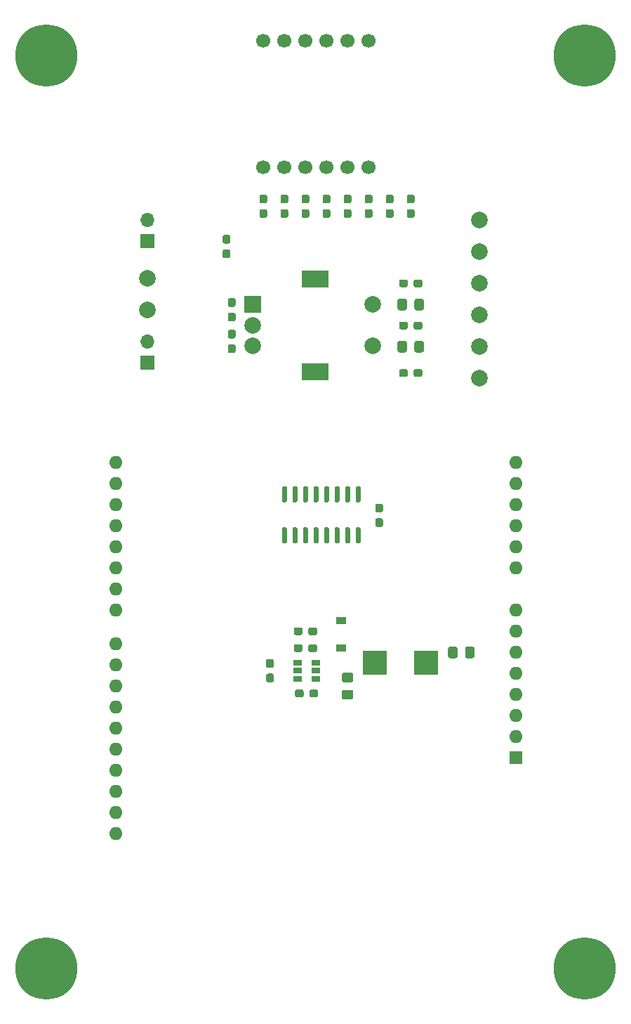
<source format=gbr>
%TF.GenerationSoftware,KiCad,Pcbnew,(5.99.0-2611-ga723fba70-dirty)*%
%TF.CreationDate,2020-08-14T04:19:11+02:00*%
%TF.ProjectId,rundtisch-nc,72756e64-7469-4736-9368-2d6e632e6b69,rev?*%
%TF.SameCoordinates,Original*%
%TF.FileFunction,Soldermask,Top*%
%TF.FilePolarity,Negative*%
%FSLAX46Y46*%
G04 Gerber Fmt 4.6, Leading zero omitted, Abs format (unit mm)*
G04 Created by KiCad (PCBNEW (5.99.0-2611-ga723fba70-dirty)) date 2020-08-14 04:19:11*
%MOMM*%
%LPD*%
G01*
G04 APERTURE LIST*
%ADD10C,7.500000*%
%ADD11C,2.000000*%
%ADD12C,1.700000*%
%ADD13R,1.700000X1.700000*%
%ADD14O,1.700000X1.700000*%
%ADD15R,1.060000X0.650000*%
%ADD16R,2.000000X2.000000*%
%ADD17R,3.200000X2.000000*%
%ADD18R,3.000000X3.000000*%
%ADD19R,1.200000X0.900000*%
%ADD20R,1.600000X1.600000*%
%ADD21O,1.600000X1.600000*%
G04 APERTURE END LIST*
D10*
%TO.C,REF\u002A\u002A*%
X115000000Y-160000000D03*
%TD*%
%TO.C,REF\u002A\u002A*%
X50000000Y-160000000D03*
%TD*%
%TO.C,REF\u002A\u002A*%
X115000000Y-50000000D03*
%TD*%
%TO.C,REF\u002A\u002A*%
X50000000Y-50000000D03*
%TD*%
D11*
%TO.C,J4*%
X62230000Y-76835000D03*
X62230000Y-80645000D03*
%TD*%
%TO.C,R3*%
G36*
G01*
X72627500Y-85855000D02*
X72152500Y-85855000D01*
G75*
G02*
X71915000Y-85617500I0J237500D01*
G01*
X71915000Y-85042500D01*
G75*
G02*
X72152500Y-84805000I237500J0D01*
G01*
X72627500Y-84805000D01*
G75*
G02*
X72865000Y-85042500I0J-237500D01*
G01*
X72865000Y-85617500D01*
G75*
G02*
X72627500Y-85855000I-237500J0D01*
G01*
G37*
G36*
G01*
X72627500Y-84105000D02*
X72152500Y-84105000D01*
G75*
G02*
X71915000Y-83867500I0J237500D01*
G01*
X71915000Y-83292500D01*
G75*
G02*
X72152500Y-83055000I237500J0D01*
G01*
X72627500Y-83055000D01*
G75*
G02*
X72865000Y-83292500I0J-237500D01*
G01*
X72865000Y-83867500D01*
G75*
G02*
X72627500Y-84105000I-237500J0D01*
G01*
G37*
%TD*%
%TO.C,R12*%
G36*
G01*
X92580000Y-88502500D02*
X92580000Y-88027500D01*
G75*
G02*
X92817500Y-87790000I237500J0D01*
G01*
X93392500Y-87790000D01*
G75*
G02*
X93630000Y-88027500I0J-237500D01*
G01*
X93630000Y-88502500D01*
G75*
G02*
X93392500Y-88740000I-237500J0D01*
G01*
X92817500Y-88740000D01*
G75*
G02*
X92580000Y-88502500I0J237500D01*
G01*
G37*
G36*
G01*
X94330000Y-88502500D02*
X94330000Y-88027500D01*
G75*
G02*
X94567500Y-87790000I237500J0D01*
G01*
X95142500Y-87790000D01*
G75*
G02*
X95380000Y-88027500I0J-237500D01*
G01*
X95380000Y-88502500D01*
G75*
G02*
X95142500Y-88740000I-237500J0D01*
G01*
X94567500Y-88740000D01*
G75*
G02*
X94330000Y-88502500I0J237500D01*
G01*
G37*
%TD*%
%TO.C,R15*%
G36*
G01*
X92580000Y-77707500D02*
X92580000Y-77232500D01*
G75*
G02*
X92817500Y-76995000I237500J0D01*
G01*
X93392500Y-76995000D01*
G75*
G02*
X93630000Y-77232500I0J-237500D01*
G01*
X93630000Y-77707500D01*
G75*
G02*
X93392500Y-77945000I-237500J0D01*
G01*
X92817500Y-77945000D01*
G75*
G02*
X92580000Y-77707500I0J237500D01*
G01*
G37*
G36*
G01*
X94330000Y-77707500D02*
X94330000Y-77232500D01*
G75*
G02*
X94567500Y-76995000I237500J0D01*
G01*
X95142500Y-76995000D01*
G75*
G02*
X95380000Y-77232500I0J-237500D01*
G01*
X95380000Y-77707500D01*
G75*
G02*
X95142500Y-77945000I-237500J0D01*
G01*
X94567500Y-77945000D01*
G75*
G02*
X94330000Y-77707500I0J237500D01*
G01*
G37*
%TD*%
%TO.C,R7*%
G36*
G01*
X78977500Y-69585000D02*
X78502500Y-69585000D01*
G75*
G02*
X78265000Y-69347500I0J237500D01*
G01*
X78265000Y-68772500D01*
G75*
G02*
X78502500Y-68535000I237500J0D01*
G01*
X78977500Y-68535000D01*
G75*
G02*
X79215000Y-68772500I0J-237500D01*
G01*
X79215000Y-69347500D01*
G75*
G02*
X78977500Y-69585000I-237500J0D01*
G01*
G37*
G36*
G01*
X78977500Y-67835000D02*
X78502500Y-67835000D01*
G75*
G02*
X78265000Y-67597500I0J237500D01*
G01*
X78265000Y-67022500D01*
G75*
G02*
X78502500Y-66785000I237500J0D01*
G01*
X78977500Y-66785000D01*
G75*
G02*
X79215000Y-67022500I0J-237500D01*
G01*
X79215000Y-67597500D01*
G75*
G02*
X78977500Y-67835000I-237500J0D01*
G01*
G37*
%TD*%
%TO.C,R19*%
G36*
G01*
X82807000Y-126635500D02*
X82807000Y-127110500D01*
G75*
G02*
X82569500Y-127348000I-237500J0D01*
G01*
X81994500Y-127348000D01*
G75*
G02*
X81757000Y-127110500I0J237500D01*
G01*
X81757000Y-126635500D01*
G75*
G02*
X81994500Y-126398000I237500J0D01*
G01*
X82569500Y-126398000D01*
G75*
G02*
X82807000Y-126635500I0J-237500D01*
G01*
G37*
G36*
G01*
X81057000Y-126635500D02*
X81057000Y-127110500D01*
G75*
G02*
X80819500Y-127348000I-237500J0D01*
G01*
X80244500Y-127348000D01*
G75*
G02*
X80007000Y-127110500I0J237500D01*
G01*
X80007000Y-126635500D01*
G75*
G02*
X80244500Y-126398000I237500J0D01*
G01*
X80819500Y-126398000D01*
G75*
G02*
X81057000Y-126635500I0J-237500D01*
G01*
G37*
%TD*%
%TO.C,R21*%
G36*
G01*
X77237500Y-125525000D02*
X76762500Y-125525000D01*
G75*
G02*
X76525000Y-125287500I0J237500D01*
G01*
X76525000Y-124712500D01*
G75*
G02*
X76762500Y-124475000I237500J0D01*
G01*
X77237500Y-124475000D01*
G75*
G02*
X77475000Y-124712500I0J-237500D01*
G01*
X77475000Y-125287500D01*
G75*
G02*
X77237500Y-125525000I-237500J0D01*
G01*
G37*
G36*
G01*
X77237500Y-123775000D02*
X76762500Y-123775000D01*
G75*
G02*
X76525000Y-123537500I0J237500D01*
G01*
X76525000Y-122962500D01*
G75*
G02*
X76762500Y-122725000I237500J0D01*
G01*
X77237500Y-122725000D01*
G75*
G02*
X77475000Y-122962500I0J-237500D01*
G01*
X77475000Y-123537500D01*
G75*
G02*
X77237500Y-123775000I-237500J0D01*
G01*
G37*
%TD*%
D12*
%TO.C,U2*%
X76200000Y-63500000D03*
X78740000Y-63500000D03*
X81280000Y-63500000D03*
X83820000Y-63500000D03*
X86360000Y-63500000D03*
X88900000Y-63500000D03*
X88900000Y-48260000D03*
X86360000Y-48260000D03*
X83820000Y-48260000D03*
X81280000Y-48260000D03*
X78740000Y-48260000D03*
X76200000Y-48260000D03*
%TD*%
%TO.C,R9*%
G36*
G01*
X91677500Y-69585000D02*
X91202500Y-69585000D01*
G75*
G02*
X90965000Y-69347500I0J237500D01*
G01*
X90965000Y-68772500D01*
G75*
G02*
X91202500Y-68535000I237500J0D01*
G01*
X91677500Y-68535000D01*
G75*
G02*
X91915000Y-68772500I0J-237500D01*
G01*
X91915000Y-69347500D01*
G75*
G02*
X91677500Y-69585000I-237500J0D01*
G01*
G37*
G36*
G01*
X91677500Y-67835000D02*
X91202500Y-67835000D01*
G75*
G02*
X90965000Y-67597500I0J237500D01*
G01*
X90965000Y-67022500D01*
G75*
G02*
X91202500Y-66785000I237500J0D01*
G01*
X91677500Y-66785000D01*
G75*
G02*
X91915000Y-67022500I0J-237500D01*
G01*
X91915000Y-67597500D01*
G75*
G02*
X91677500Y-67835000I-237500J0D01*
G01*
G37*
%TD*%
D13*
%TO.C,SW1*%
X62230000Y-86995000D03*
D14*
X62230000Y-84455000D03*
%TD*%
%TO.C,C2*%
G36*
G01*
X85910000Y-124384000D02*
X86810000Y-124384000D01*
G75*
G02*
X87060000Y-124634000I0J-250000D01*
G01*
X87060000Y-125284000D01*
G75*
G02*
X86810000Y-125534000I-250000J0D01*
G01*
X85910000Y-125534000D01*
G75*
G02*
X85660000Y-125284000I0J250000D01*
G01*
X85660000Y-124634000D01*
G75*
G02*
X85910000Y-124384000I250000J0D01*
G01*
G37*
G36*
G01*
X85910000Y-126434000D02*
X86810000Y-126434000D01*
G75*
G02*
X87060000Y-126684000I0J-250000D01*
G01*
X87060000Y-127334000D01*
G75*
G02*
X86810000Y-127584000I-250000J0D01*
G01*
X85910000Y-127584000D01*
G75*
G02*
X85660000Y-127334000I0J250000D01*
G01*
X85660000Y-126684000D01*
G75*
G02*
X85910000Y-126434000I250000J0D01*
G01*
G37*
%TD*%
D13*
%TO.C,J3*%
X62230000Y-72390000D03*
D14*
X62230000Y-69850000D03*
%TD*%
%TO.C,R4*%
G36*
G01*
X89137500Y-69585000D02*
X88662500Y-69585000D01*
G75*
G02*
X88425000Y-69347500I0J237500D01*
G01*
X88425000Y-68772500D01*
G75*
G02*
X88662500Y-68535000I237500J0D01*
G01*
X89137500Y-68535000D01*
G75*
G02*
X89375000Y-68772500I0J-237500D01*
G01*
X89375000Y-69347500D01*
G75*
G02*
X89137500Y-69585000I-237500J0D01*
G01*
G37*
G36*
G01*
X89137500Y-67835000D02*
X88662500Y-67835000D01*
G75*
G02*
X88425000Y-67597500I0J237500D01*
G01*
X88425000Y-67022500D01*
G75*
G02*
X88662500Y-66785000I237500J0D01*
G01*
X89137500Y-66785000D01*
G75*
G02*
X89375000Y-67022500I0J-237500D01*
G01*
X89375000Y-67597500D01*
G75*
G02*
X89137500Y-67835000I-237500J0D01*
G01*
G37*
%TD*%
%TO.C,R8*%
G36*
G01*
X76437500Y-69585000D02*
X75962500Y-69585000D01*
G75*
G02*
X75725000Y-69347500I0J237500D01*
G01*
X75725000Y-68772500D01*
G75*
G02*
X75962500Y-68535000I237500J0D01*
G01*
X76437500Y-68535000D01*
G75*
G02*
X76675000Y-68772500I0J-237500D01*
G01*
X76675000Y-69347500D01*
G75*
G02*
X76437500Y-69585000I-237500J0D01*
G01*
G37*
G36*
G01*
X76437500Y-67835000D02*
X75962500Y-67835000D01*
G75*
G02*
X75725000Y-67597500I0J237500D01*
G01*
X75725000Y-67022500D01*
G75*
G02*
X75962500Y-66785000I237500J0D01*
G01*
X76437500Y-66785000D01*
G75*
G02*
X76675000Y-67022500I0J-237500D01*
G01*
X76675000Y-67597500D01*
G75*
G02*
X76437500Y-67835000I-237500J0D01*
G01*
G37*
%TD*%
D15*
%TO.C,U3*%
X80350000Y-123190000D03*
X80350000Y-124140000D03*
X80350000Y-125090000D03*
X82550000Y-125090000D03*
X82550000Y-124140000D03*
X82550000Y-123190000D03*
%TD*%
%TO.C,C1*%
G36*
G01*
X90407500Y-106810000D02*
X89932500Y-106810000D01*
G75*
G02*
X89695000Y-106572500I0J237500D01*
G01*
X89695000Y-105997500D01*
G75*
G02*
X89932500Y-105760000I237500J0D01*
G01*
X90407500Y-105760000D01*
G75*
G02*
X90645000Y-105997500I0J-237500D01*
G01*
X90645000Y-106572500D01*
G75*
G02*
X90407500Y-106810000I-237500J0D01*
G01*
G37*
G36*
G01*
X90407500Y-105060000D02*
X89932500Y-105060000D01*
G75*
G02*
X89695000Y-104822500I0J237500D01*
G01*
X89695000Y-104247500D01*
G75*
G02*
X89932500Y-104010000I237500J0D01*
G01*
X90407500Y-104010000D01*
G75*
G02*
X90645000Y-104247500I0J-237500D01*
G01*
X90645000Y-104822500D01*
G75*
G02*
X90407500Y-105060000I-237500J0D01*
G01*
G37*
%TD*%
%TO.C,R10*%
G36*
G01*
X86597500Y-69585000D02*
X86122500Y-69585000D01*
G75*
G02*
X85885000Y-69347500I0J237500D01*
G01*
X85885000Y-68772500D01*
G75*
G02*
X86122500Y-68535000I237500J0D01*
G01*
X86597500Y-68535000D01*
G75*
G02*
X86835000Y-68772500I0J-237500D01*
G01*
X86835000Y-69347500D01*
G75*
G02*
X86597500Y-69585000I-237500J0D01*
G01*
G37*
G36*
G01*
X86597500Y-67835000D02*
X86122500Y-67835000D01*
G75*
G02*
X85885000Y-67597500I0J237500D01*
G01*
X85885000Y-67022500D01*
G75*
G02*
X86122500Y-66785000I237500J0D01*
G01*
X86597500Y-66785000D01*
G75*
G02*
X86835000Y-67022500I0J-237500D01*
G01*
X86835000Y-67597500D01*
G75*
G02*
X86597500Y-67835000I-237500J0D01*
G01*
G37*
%TD*%
%TO.C,R1*%
G36*
G01*
X71992500Y-74425000D02*
X71517500Y-74425000D01*
G75*
G02*
X71280000Y-74187500I0J237500D01*
G01*
X71280000Y-73612500D01*
G75*
G02*
X71517500Y-73375000I237500J0D01*
G01*
X71992500Y-73375000D01*
G75*
G02*
X72230000Y-73612500I0J-237500D01*
G01*
X72230000Y-74187500D01*
G75*
G02*
X71992500Y-74425000I-237500J0D01*
G01*
G37*
G36*
G01*
X71992500Y-72675000D02*
X71517500Y-72675000D01*
G75*
G02*
X71280000Y-72437500I0J237500D01*
G01*
X71280000Y-71862500D01*
G75*
G02*
X71517500Y-71625000I237500J0D01*
G01*
X71992500Y-71625000D01*
G75*
G02*
X72230000Y-71862500I0J-237500D01*
G01*
X72230000Y-72437500D01*
G75*
G02*
X71992500Y-72675000I-237500J0D01*
G01*
G37*
%TD*%
%TO.C,C3*%
G36*
G01*
X79880000Y-121649500D02*
X79880000Y-121174500D01*
G75*
G02*
X80117500Y-120937000I237500J0D01*
G01*
X80692500Y-120937000D01*
G75*
G02*
X80930000Y-121174500I0J-237500D01*
G01*
X80930000Y-121649500D01*
G75*
G02*
X80692500Y-121887000I-237500J0D01*
G01*
X80117500Y-121887000D01*
G75*
G02*
X79880000Y-121649500I0J237500D01*
G01*
G37*
G36*
G01*
X81630000Y-121649500D02*
X81630000Y-121174500D01*
G75*
G02*
X81867500Y-120937000I237500J0D01*
G01*
X82442500Y-120937000D01*
G75*
G02*
X82680000Y-121174500I0J-237500D01*
G01*
X82680000Y-121649500D01*
G75*
G02*
X82442500Y-121887000I-237500J0D01*
G01*
X81867500Y-121887000D01*
G75*
G02*
X81630000Y-121649500I0J237500D01*
G01*
G37*
%TD*%
%TO.C,D1*%
G36*
G01*
X92380000Y-85540000D02*
X92380000Y-84640000D01*
G75*
G02*
X92630000Y-84390000I250000J0D01*
G01*
X93280000Y-84390000D01*
G75*
G02*
X93530000Y-84640000I0J-250000D01*
G01*
X93530000Y-85540000D01*
G75*
G02*
X93280000Y-85790000I-250000J0D01*
G01*
X92630000Y-85790000D01*
G75*
G02*
X92380000Y-85540000I0J250000D01*
G01*
G37*
G36*
G01*
X94430000Y-85540000D02*
X94430000Y-84640000D01*
G75*
G02*
X94680000Y-84390000I250000J0D01*
G01*
X95330000Y-84390000D01*
G75*
G02*
X95580000Y-84640000I0J-250000D01*
G01*
X95580000Y-85540000D01*
G75*
G02*
X95330000Y-85790000I-250000J0D01*
G01*
X94680000Y-85790000D01*
G75*
G02*
X94430000Y-85540000I0J250000D01*
G01*
G37*
%TD*%
D16*
%TO.C,SW3*%
X74930000Y-80010000D03*
D11*
X74930000Y-85010000D03*
X74930000Y-82510000D03*
D17*
X82430000Y-88110000D03*
X82430000Y-76910000D03*
D11*
X89430000Y-85010000D03*
X89430000Y-80010000D03*
%TD*%
%TO.C,R11*%
G36*
G01*
X81517500Y-69585000D02*
X81042500Y-69585000D01*
G75*
G02*
X80805000Y-69347500I0J237500D01*
G01*
X80805000Y-68772500D01*
G75*
G02*
X81042500Y-68535000I237500J0D01*
G01*
X81517500Y-68535000D01*
G75*
G02*
X81755000Y-68772500I0J-237500D01*
G01*
X81755000Y-69347500D01*
G75*
G02*
X81517500Y-69585000I-237500J0D01*
G01*
G37*
G36*
G01*
X81517500Y-67835000D02*
X81042500Y-67835000D01*
G75*
G02*
X80805000Y-67597500I0J237500D01*
G01*
X80805000Y-67022500D01*
G75*
G02*
X81042500Y-66785000I237500J0D01*
G01*
X81517500Y-66785000D01*
G75*
G02*
X81755000Y-67022500I0J-237500D01*
G01*
X81755000Y-67597500D01*
G75*
G02*
X81517500Y-67835000I-237500J0D01*
G01*
G37*
%TD*%
%TO.C,R6*%
G36*
G01*
X84057500Y-69585000D02*
X83582500Y-69585000D01*
G75*
G02*
X83345000Y-69347500I0J237500D01*
G01*
X83345000Y-68772500D01*
G75*
G02*
X83582500Y-68535000I237500J0D01*
G01*
X84057500Y-68535000D01*
G75*
G02*
X84295000Y-68772500I0J-237500D01*
G01*
X84295000Y-69347500D01*
G75*
G02*
X84057500Y-69585000I-237500J0D01*
G01*
G37*
G36*
G01*
X84057500Y-67835000D02*
X83582500Y-67835000D01*
G75*
G02*
X83345000Y-67597500I0J237500D01*
G01*
X83345000Y-67022500D01*
G75*
G02*
X83582500Y-66785000I237500J0D01*
G01*
X84057500Y-66785000D01*
G75*
G02*
X84295000Y-67022500I0J-237500D01*
G01*
X84295000Y-67597500D01*
G75*
G02*
X84057500Y-67835000I-237500J0D01*
G01*
G37*
%TD*%
%TO.C,R14*%
G36*
G01*
X92580000Y-82787500D02*
X92580000Y-82312500D01*
G75*
G02*
X92817500Y-82075000I237500J0D01*
G01*
X93392500Y-82075000D01*
G75*
G02*
X93630000Y-82312500I0J-237500D01*
G01*
X93630000Y-82787500D01*
G75*
G02*
X93392500Y-83025000I-237500J0D01*
G01*
X92817500Y-83025000D01*
G75*
G02*
X92580000Y-82787500I0J237500D01*
G01*
G37*
G36*
G01*
X94330000Y-82787500D02*
X94330000Y-82312500D01*
G75*
G02*
X94567500Y-82075000I237500J0D01*
G01*
X95142500Y-82075000D01*
G75*
G02*
X95380000Y-82312500I0J-237500D01*
G01*
X95380000Y-82787500D01*
G75*
G02*
X95142500Y-83025000I-237500J0D01*
G01*
X94567500Y-83025000D01*
G75*
G02*
X94330000Y-82787500I0J237500D01*
G01*
G37*
%TD*%
%TO.C,C4*%
G36*
G01*
X98485000Y-122370000D02*
X98485000Y-121470000D01*
G75*
G02*
X98735000Y-121220000I250000J0D01*
G01*
X99385000Y-121220000D01*
G75*
G02*
X99635000Y-121470000I0J-250000D01*
G01*
X99635000Y-122370000D01*
G75*
G02*
X99385000Y-122620000I-250000J0D01*
G01*
X98735000Y-122620000D01*
G75*
G02*
X98485000Y-122370000I0J250000D01*
G01*
G37*
G36*
G01*
X100535000Y-122370000D02*
X100535000Y-121470000D01*
G75*
G02*
X100785000Y-121220000I250000J0D01*
G01*
X101435000Y-121220000D01*
G75*
G02*
X101685000Y-121470000I0J-250000D01*
G01*
X101685000Y-122370000D01*
G75*
G02*
X101435000Y-122620000I-250000J0D01*
G01*
X100785000Y-122620000D01*
G75*
G02*
X100535000Y-122370000I0J250000D01*
G01*
G37*
%TD*%
D18*
%TO.C,L1*%
X89625000Y-123190000D03*
X95795000Y-123190000D03*
%TD*%
%TO.C,R20*%
G36*
G01*
X79880000Y-119617500D02*
X79880000Y-119142500D01*
G75*
G02*
X80117500Y-118905000I237500J0D01*
G01*
X80692500Y-118905000D01*
G75*
G02*
X80930000Y-119142500I0J-237500D01*
G01*
X80930000Y-119617500D01*
G75*
G02*
X80692500Y-119855000I-237500J0D01*
G01*
X80117500Y-119855000D01*
G75*
G02*
X79880000Y-119617500I0J237500D01*
G01*
G37*
G36*
G01*
X81630000Y-119617500D02*
X81630000Y-119142500D01*
G75*
G02*
X81867500Y-118905000I237500J0D01*
G01*
X82442500Y-118905000D01*
G75*
G02*
X82680000Y-119142500I0J-237500D01*
G01*
X82680000Y-119617500D01*
G75*
G02*
X82442500Y-119855000I-237500J0D01*
G01*
X81867500Y-119855000D01*
G75*
G02*
X81630000Y-119617500I0J237500D01*
G01*
G37*
%TD*%
%TO.C,D2*%
G36*
G01*
X92380000Y-80460000D02*
X92380000Y-79560000D01*
G75*
G02*
X92630000Y-79310000I250000J0D01*
G01*
X93280000Y-79310000D01*
G75*
G02*
X93530000Y-79560000I0J-250000D01*
G01*
X93530000Y-80460000D01*
G75*
G02*
X93280000Y-80710000I-250000J0D01*
G01*
X92630000Y-80710000D01*
G75*
G02*
X92380000Y-80460000I0J250000D01*
G01*
G37*
G36*
G01*
X94430000Y-80460000D02*
X94430000Y-79560000D01*
G75*
G02*
X94680000Y-79310000I250000J0D01*
G01*
X95330000Y-79310000D01*
G75*
G02*
X95580000Y-79560000I0J-250000D01*
G01*
X95580000Y-80460000D01*
G75*
G02*
X95330000Y-80710000I-250000J0D01*
G01*
X94680000Y-80710000D01*
G75*
G02*
X94430000Y-80460000I0J250000D01*
G01*
G37*
%TD*%
%TO.C,R5*%
G36*
G01*
X94217500Y-69585000D02*
X93742500Y-69585000D01*
G75*
G02*
X93505000Y-69347500I0J237500D01*
G01*
X93505000Y-68772500D01*
G75*
G02*
X93742500Y-68535000I237500J0D01*
G01*
X94217500Y-68535000D01*
G75*
G02*
X94455000Y-68772500I0J-237500D01*
G01*
X94455000Y-69347500D01*
G75*
G02*
X94217500Y-69585000I-237500J0D01*
G01*
G37*
G36*
G01*
X94217500Y-67835000D02*
X93742500Y-67835000D01*
G75*
G02*
X93505000Y-67597500I0J237500D01*
G01*
X93505000Y-67022500D01*
G75*
G02*
X93742500Y-66785000I237500J0D01*
G01*
X94217500Y-66785000D01*
G75*
G02*
X94455000Y-67022500I0J-237500D01*
G01*
X94455000Y-67597500D01*
G75*
G02*
X94217500Y-67835000I-237500J0D01*
G01*
G37*
%TD*%
D19*
%TO.C,D3*%
X85598000Y-121412000D03*
X85598000Y-118112000D03*
%TD*%
%TO.C,R2*%
G36*
G01*
X72627500Y-82045000D02*
X72152500Y-82045000D01*
G75*
G02*
X71915000Y-81807500I0J237500D01*
G01*
X71915000Y-81232500D01*
G75*
G02*
X72152500Y-80995000I237500J0D01*
G01*
X72627500Y-80995000D01*
G75*
G02*
X72865000Y-81232500I0J-237500D01*
G01*
X72865000Y-81807500D01*
G75*
G02*
X72627500Y-82045000I-237500J0D01*
G01*
G37*
G36*
G01*
X72627500Y-80295000D02*
X72152500Y-80295000D01*
G75*
G02*
X71915000Y-80057500I0J237500D01*
G01*
X71915000Y-79482500D01*
G75*
G02*
X72152500Y-79245000I237500J0D01*
G01*
X72627500Y-79245000D01*
G75*
G02*
X72865000Y-79482500I0J-237500D01*
G01*
X72865000Y-80057500D01*
G75*
G02*
X72627500Y-80295000I-237500J0D01*
G01*
G37*
%TD*%
%TO.C,U1*%
G36*
G01*
X87480000Y-101895000D02*
X87780000Y-101895000D01*
G75*
G02*
X87930000Y-102045000I0J-150000D01*
G01*
X87930000Y-103695000D01*
G75*
G02*
X87780000Y-103845000I-150000J0D01*
G01*
X87480000Y-103845000D01*
G75*
G02*
X87330000Y-103695000I0J150000D01*
G01*
X87330000Y-102045000D01*
G75*
G02*
X87480000Y-101895000I150000J0D01*
G01*
G37*
G36*
G01*
X86210000Y-101895000D02*
X86510000Y-101895000D01*
G75*
G02*
X86660000Y-102045000I0J-150000D01*
G01*
X86660000Y-103695000D01*
G75*
G02*
X86510000Y-103845000I-150000J0D01*
G01*
X86210000Y-103845000D01*
G75*
G02*
X86060000Y-103695000I0J150000D01*
G01*
X86060000Y-102045000D01*
G75*
G02*
X86210000Y-101895000I150000J0D01*
G01*
G37*
G36*
G01*
X84940000Y-101895000D02*
X85240000Y-101895000D01*
G75*
G02*
X85390000Y-102045000I0J-150000D01*
G01*
X85390000Y-103695000D01*
G75*
G02*
X85240000Y-103845000I-150000J0D01*
G01*
X84940000Y-103845000D01*
G75*
G02*
X84790000Y-103695000I0J150000D01*
G01*
X84790000Y-102045000D01*
G75*
G02*
X84940000Y-101895000I150000J0D01*
G01*
G37*
G36*
G01*
X83670000Y-101895000D02*
X83970000Y-101895000D01*
G75*
G02*
X84120000Y-102045000I0J-150000D01*
G01*
X84120000Y-103695000D01*
G75*
G02*
X83970000Y-103845000I-150000J0D01*
G01*
X83670000Y-103845000D01*
G75*
G02*
X83520000Y-103695000I0J150000D01*
G01*
X83520000Y-102045000D01*
G75*
G02*
X83670000Y-101895000I150000J0D01*
G01*
G37*
G36*
G01*
X82400000Y-101895000D02*
X82700000Y-101895000D01*
G75*
G02*
X82850000Y-102045000I0J-150000D01*
G01*
X82850000Y-103695000D01*
G75*
G02*
X82700000Y-103845000I-150000J0D01*
G01*
X82400000Y-103845000D01*
G75*
G02*
X82250000Y-103695000I0J150000D01*
G01*
X82250000Y-102045000D01*
G75*
G02*
X82400000Y-101895000I150000J0D01*
G01*
G37*
G36*
G01*
X81130000Y-101895000D02*
X81430000Y-101895000D01*
G75*
G02*
X81580000Y-102045000I0J-150000D01*
G01*
X81580000Y-103695000D01*
G75*
G02*
X81430000Y-103845000I-150000J0D01*
G01*
X81130000Y-103845000D01*
G75*
G02*
X80980000Y-103695000I0J150000D01*
G01*
X80980000Y-102045000D01*
G75*
G02*
X81130000Y-101895000I150000J0D01*
G01*
G37*
G36*
G01*
X79860000Y-101895000D02*
X80160000Y-101895000D01*
G75*
G02*
X80310000Y-102045000I0J-150000D01*
G01*
X80310000Y-103695000D01*
G75*
G02*
X80160000Y-103845000I-150000J0D01*
G01*
X79860000Y-103845000D01*
G75*
G02*
X79710000Y-103695000I0J150000D01*
G01*
X79710000Y-102045000D01*
G75*
G02*
X79860000Y-101895000I150000J0D01*
G01*
G37*
G36*
G01*
X78590000Y-101895000D02*
X78890000Y-101895000D01*
G75*
G02*
X79040000Y-102045000I0J-150000D01*
G01*
X79040000Y-103695000D01*
G75*
G02*
X78890000Y-103845000I-150000J0D01*
G01*
X78590000Y-103845000D01*
G75*
G02*
X78440000Y-103695000I0J150000D01*
G01*
X78440000Y-102045000D01*
G75*
G02*
X78590000Y-101895000I150000J0D01*
G01*
G37*
G36*
G01*
X78590000Y-106845000D02*
X78890000Y-106845000D01*
G75*
G02*
X79040000Y-106995000I0J-150000D01*
G01*
X79040000Y-108645000D01*
G75*
G02*
X78890000Y-108795000I-150000J0D01*
G01*
X78590000Y-108795000D01*
G75*
G02*
X78440000Y-108645000I0J150000D01*
G01*
X78440000Y-106995000D01*
G75*
G02*
X78590000Y-106845000I150000J0D01*
G01*
G37*
G36*
G01*
X79860000Y-106845000D02*
X80160000Y-106845000D01*
G75*
G02*
X80310000Y-106995000I0J-150000D01*
G01*
X80310000Y-108645000D01*
G75*
G02*
X80160000Y-108795000I-150000J0D01*
G01*
X79860000Y-108795000D01*
G75*
G02*
X79710000Y-108645000I0J150000D01*
G01*
X79710000Y-106995000D01*
G75*
G02*
X79860000Y-106845000I150000J0D01*
G01*
G37*
G36*
G01*
X81130000Y-106845000D02*
X81430000Y-106845000D01*
G75*
G02*
X81580000Y-106995000I0J-150000D01*
G01*
X81580000Y-108645000D01*
G75*
G02*
X81430000Y-108795000I-150000J0D01*
G01*
X81130000Y-108795000D01*
G75*
G02*
X80980000Y-108645000I0J150000D01*
G01*
X80980000Y-106995000D01*
G75*
G02*
X81130000Y-106845000I150000J0D01*
G01*
G37*
G36*
G01*
X82400000Y-106845000D02*
X82700000Y-106845000D01*
G75*
G02*
X82850000Y-106995000I0J-150000D01*
G01*
X82850000Y-108645000D01*
G75*
G02*
X82700000Y-108795000I-150000J0D01*
G01*
X82400000Y-108795000D01*
G75*
G02*
X82250000Y-108645000I0J150000D01*
G01*
X82250000Y-106995000D01*
G75*
G02*
X82400000Y-106845000I150000J0D01*
G01*
G37*
G36*
G01*
X83670000Y-106845000D02*
X83970000Y-106845000D01*
G75*
G02*
X84120000Y-106995000I0J-150000D01*
G01*
X84120000Y-108645000D01*
G75*
G02*
X83970000Y-108795000I-150000J0D01*
G01*
X83670000Y-108795000D01*
G75*
G02*
X83520000Y-108645000I0J150000D01*
G01*
X83520000Y-106995000D01*
G75*
G02*
X83670000Y-106845000I150000J0D01*
G01*
G37*
G36*
G01*
X84940000Y-106845000D02*
X85240000Y-106845000D01*
G75*
G02*
X85390000Y-106995000I0J-150000D01*
G01*
X85390000Y-108645000D01*
G75*
G02*
X85240000Y-108795000I-150000J0D01*
G01*
X84940000Y-108795000D01*
G75*
G02*
X84790000Y-108645000I0J150000D01*
G01*
X84790000Y-106995000D01*
G75*
G02*
X84940000Y-106845000I150000J0D01*
G01*
G37*
G36*
G01*
X86210000Y-106845000D02*
X86510000Y-106845000D01*
G75*
G02*
X86660000Y-106995000I0J-150000D01*
G01*
X86660000Y-108645000D01*
G75*
G02*
X86510000Y-108795000I-150000J0D01*
G01*
X86210000Y-108795000D01*
G75*
G02*
X86060000Y-108645000I0J150000D01*
G01*
X86060000Y-106995000D01*
G75*
G02*
X86210000Y-106845000I150000J0D01*
G01*
G37*
G36*
G01*
X87480000Y-106845000D02*
X87780000Y-106845000D01*
G75*
G02*
X87930000Y-106995000I0J-150000D01*
G01*
X87930000Y-108645000D01*
G75*
G02*
X87780000Y-108795000I-150000J0D01*
G01*
X87480000Y-108795000D01*
G75*
G02*
X87330000Y-108645000I0J150000D01*
G01*
X87330000Y-106995000D01*
G75*
G02*
X87480000Y-106845000I150000J0D01*
G01*
G37*
%TD*%
D11*
%TO.C,J1*%
X102235000Y-88900000D03*
X102235000Y-85090000D03*
X102235000Y-81280000D03*
X102235000Y-77470000D03*
X102235000Y-73660000D03*
X102235000Y-69850000D03*
%TD*%
D20*
%TO.C,A1*%
X106680000Y-134620000D03*
D21*
X106680000Y-132080000D03*
X106680000Y-129540000D03*
X106680000Y-127000000D03*
X106680000Y-124460000D03*
X106680000Y-121920000D03*
X106680000Y-119380000D03*
X106680000Y-116840000D03*
X106680000Y-111760000D03*
X106680000Y-109220000D03*
X106680000Y-106680000D03*
X106680000Y-104140000D03*
X106680000Y-101600000D03*
X106680000Y-99060000D03*
X58420000Y-99060000D03*
X58420000Y-101600000D03*
X58420000Y-104140000D03*
X58420000Y-106680000D03*
X58420000Y-109220000D03*
X58420000Y-111760000D03*
X58420000Y-114300000D03*
X58420000Y-116840000D03*
X58420000Y-120900000D03*
X58420000Y-123440000D03*
X58420000Y-125980000D03*
X58420000Y-128520000D03*
X58420000Y-131060000D03*
X58420000Y-133600000D03*
X58420000Y-136140000D03*
X58420000Y-138680000D03*
X58420000Y-141220000D03*
X58420000Y-143760000D03*
%TD*%
M02*

</source>
